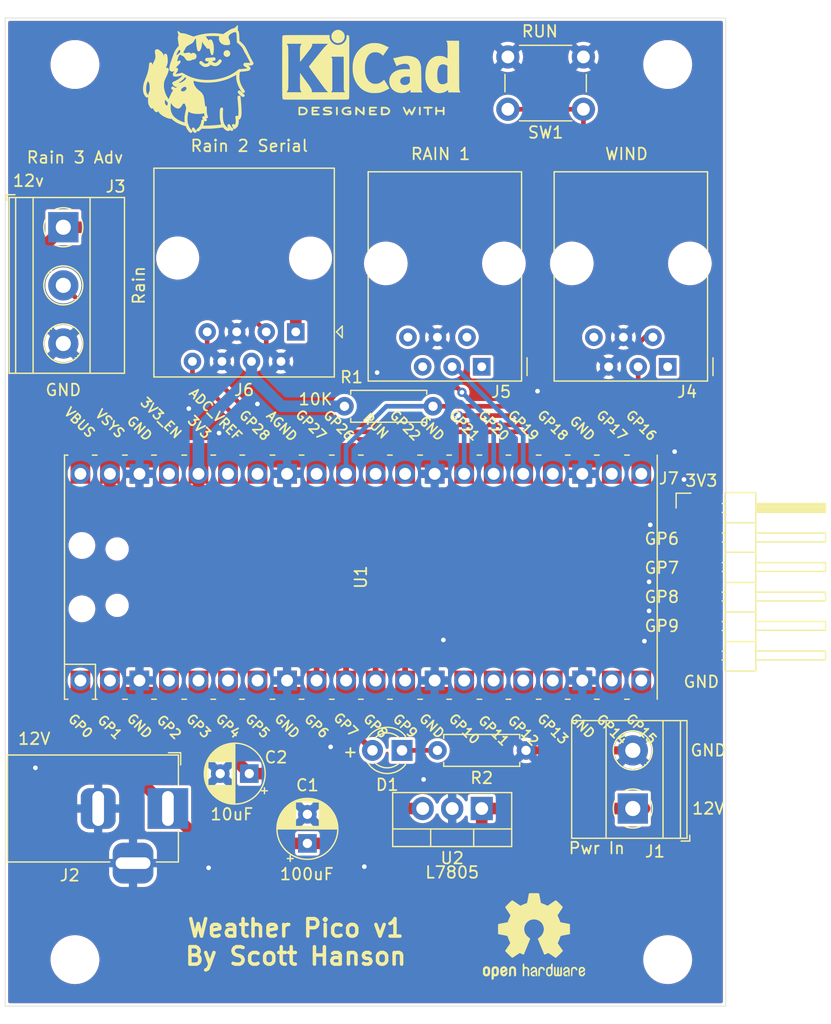
<source format=kicad_pcb>
(kicad_pcb (version 20211014) (generator pcbnew)
  (title_block (title "Weather Pico") (date "2023-02-20") (rev "v1") (company "Scott Hanson"))
  (layers (0 "F.Cu" signal) (31 "B.Cu" signal) (34 "B.Paste" user) (35 "F.Paste" user) (36 "B.SilkS" user "B.Silkscreen") (37 "F.SilkS" user "F.Silkscreen") (38 "B.Mask" user) (39 "F.Mask" user) (44 "Edge.Cuts" user))
  (net 0 "")
  (net 1 "GND")
  (net 2 "+5V")
  (net 3 "+3V3")
  (net 6 "+12V")
  (net 7 "Net-(D1-Pad2)")
  (net 9 "WDIR")
  (net 10 "WSPEED")
  (net 15 "TXD")
  (net 16 "RXD")
  (net 17 "RAIN1")
  (net 18 "RAIN2")
  (net 21 "Net-(D1-Pad1)")
  (net 22 "Net-(SW1-Pad1)")
  (net 38 "Net-(J7-Pad2)")
  (net 39 "Net-(J7-Pad3)")
  (net 40 "Net-(J7-Pad4)")
  (net 41 "Net-(J7-Pad5)")
  (footprint "TerminalBlock_Phoenix:TerminalBlock_Phoenix_MKDS-1,5-3_1x03_P5.00mm_Horizontal" (layer "F.Cu") (at 124 77 -90)
    (fp_text reference "J3" (at -3.5 -4.5) (layer "F.SilkS"))
    (fp_text value "Rain 3 Adv" (at -6 -1) (layer "F.SilkS"))
    (pad "1" thru_hole rect locked (at 0 0 270) (size 2.6 2.6) (drill 1.3) (layers *.Cu *.Mask) (net 6 "+12V"))
    (pad "2" thru_hole circle locked (at 5 0 270) (size 2.6 2.6) (drill 1.3) (layers *.Cu *.Mask) (net 18 "RAIN2"))
    (pad "3" thru_hole circle locked (at 10 0 270) (size 2.6 2.6) (drill 1.3) (layers *.Cu *.Mask) (net 1 "GND"))
  )
  (footprint "Resistor_THT:R_Axial_DIN0207_L6.3mm_D2.5mm_P7.62mm_Horizontal" (layer "F.Cu") (at 148.19 92.4)
    (fp_text reference "R1" (at 0.61 -2.5) (layer "F.SilkS"))
    (fp_text value "10K" (at -2.49 -0.6) (layer "F.SilkS"))
    (pad "1" thru_hole circle locked (at 0 0) (size 1.6 1.6) (drill 0.8) (layers *.Cu *.Mask) (net 3 "+3V3"))
    (pad "2" thru_hole oval locked (at 7.62 0) (size 1.6 1.6) (drill 0.8) (layers *.Cu *.Mask) (net 9 "WDIR"))
  )
  (footprint "TerminalBlock_Phoenix:TerminalBlock_Phoenix_MKDS-1,5-2_1x02_P5.00mm_Horizontal" (layer "F.Cu") (at 173 127 90)
    (fp_text reference "J1" (at -3.7 1.9 180) (layer "F.SilkS"))
    (fp_text value "Pwr In" (at -3.408988 -3.1 180) (layer "F.SilkS"))
    (pad "1" thru_hole rect locked (at 0 0 90) (size 2.6 2.6) (drill 1.3) (layers *.Cu *.Mask) (net 6 "+12V"))
    (pad "2" thru_hole circle locked (at 5 0 90) (size 2.6 2.6) (drill 1.3) (layers *.Cu *.Mask) (net 1 "GND"))
  )
  (footprint "Capacitor_THT:CP_Radial_D5.0mm_P2.50mm" (layer "F.Cu") (at 145 130 90)
    (fp_text reference "C1" (at 5 0 180) (layer "F.SilkS"))
    (fp_text value "100uF" (at -2.65 -0.05 180) (layer "F.SilkS"))
    (pad "1" thru_hole rect locked (at 0 0 90) (size 1.6 1.6) (drill 0.8) (layers *.Cu *.Mask) (net 6 "+12V"))
    (pad "2" thru_hole circle locked (at 2.5 0 90) (size 1.6 1.6) (drill 0.8) (layers *.Cu *.Mask) (net 1 "GND"))
  )
  (footprint "Capacitor_THT:CP_Radial_D5.0mm_P2.50mm" (layer "F.Cu") (at 140 124 180)
    (fp_text reference "C2" (at -2.3 1.4) (layer "F.SilkS"))
    (fp_text value "10uF" (at 1.5 -3.5) (layer "F.SilkS"))
    (pad "1" thru_hole rect locked (at 0 0 180) (size 1.6 1.6) (drill 0.8) (layers *.Cu *.Mask) (net 2 "+5V"))
    (pad "2" thru_hole circle locked (at 2.5 0 180) (size 1.6 1.6) (drill 0.8) (layers *.Cu *.Mask) (net 1 "GND"))
  )
  (footprint "MountingHole:MountingHole_3.7mm" (layer "F.Cu") (at 176 140)
    (fp_text reference "H1")
    (fp_text value "MountingHole")
    (pad "" np_thru_hole circle locked (at 0 0) (size 3.7 3.7) (drill 3.7) (layers *.Cu *.Mask))
  )
  (footprint "MountingHole:MountingHole_3.7mm" (layer "F.Cu") (at 125 63)
    (fp_text reference "H2")
    (fp_text value "MountingHole")
    (pad "" np_thru_hole circle locked (at 0 0) (size 3.7 3.7) (drill 3.7) (layers *.Cu *.Mask))
  )
  (footprint "MountingHole:MountingHole_3.7mm" (layer "F.Cu") (at 176 63)
    (fp_text reference "H3")
    (fp_text value "MountingHole")
    (pad "" np_thru_hole circle locked (at 0 0) (size 3.7 3.7) (drill 3.7) (layers *.Cu *.Mask))
  )
  (footprint "MountingHole:MountingHole_3.7mm" (layer "F.Cu") (at 125 140)
    (fp_text reference "H4")
    (fp_text value "MountingHole")
    (pad "" np_thru_hole circle locked (at 0 0) (size 3.7 3.7) (drill 3.7) (layers *.Cu *.Mask))
  )
  (footprint "Connector_RJ:RJ12_Amphenol_54601" (layer "F.Cu") (at 176 89 180)
    (fp_text reference "J4" (at -1.67 -2.16) (layer "F.SilkS"))
    (fp_text value "WIND" (at 3.54 18.3) (layer "F.SilkS"))
    (pad "" np_thru_hole circle locked (at 8.25 8.89 180) (size 3.25 3.25) (drill 3.25) (layers *.Cu *.Mask))
    (pad "" np_thru_hole circle locked (at -1.91 8.89 180) (size 3.25 3.25) (drill 3.25) (layers *.Cu *.Mask))
    (pad "1" thru_hole rect locked (at 0 0 180) (size 1.52 1.52) (drill 0.76) (layers *.Cu *.Mask))
    (pad "2" thru_hole circle locked (at 1.27 2.54 180) (size 1.52 1.52) (drill 0.76) (layers *.Cu *.Mask) (net 9 "WDIR"))
    (pad "3" thru_hole circle locked (at 2.54 0 180) (size 1.52 1.52) (drill 0.76) (layers *.Cu *.Mask) (net 10 "WSPEED"))
    (pad "4" thru_hole circle locked (at 3.81 2.54 180) (size 1.52 1.52) (drill 0.76) (layers *.Cu *.Mask) (net 1 "GND"))
    (pad "5" thru_hole circle locked (at 5.08 0 180) (size 1.52 1.52) (drill 0.76) (layers *.Cu *.Mask) (net 1 "GND"))
    (pad "6" thru_hole circle locked (at 6.35 2.54 180) (size 1.52 1.52) (drill 0.76) (layers *.Cu *.Mask))
  )
  (footprint "Connector_RJ:RJ12_Amphenol_54601" (layer "F.Cu") (at 160 89 180)
    (fp_text reference "J5" (at -1.67 -2.16) (layer "F.SilkS"))
    (fp_text value "RAIN 1" (at 3.54 18.3) (layer "F.SilkS"))
    (pad "" np_thru_hole circle locked (at 8.25 8.89 180) (size 3.25 3.25) (drill 3.25) (layers *.Cu *.Mask))
    (pad "" np_thru_hole circle locked (at -1.91 8.89 180) (size 3.25 3.25) (drill 3.25) (layers *.Cu *.Mask))
    (pad "1" thru_hole rect locked (at 0 0 180) (size 1.52 1.52) (drill 0.76) (layers *.Cu *.Mask))
    (pad "2" thru_hole circle locked (at 1.27 2.54 180) (size 1.52 1.52) (drill 0.76) (layers *.Cu *.Mask))
    (pad "3" thru_hole circle locked (at 2.54 0 180) (size 1.52 1.52) (drill 0.76) (layers *.Cu *.Mask) (net 17 "RAIN1"))
    (pad "4" thru_hole circle locked (at 3.81 2.54 180) (size 1.52 1.52) (drill 0.76) (layers *.Cu *.Mask) (net 1 "GND"))
    (pad "5" thru_hole circle locked (at 5.08 0 180) (size 1.52 1.52) (drill 0.76) (layers *.Cu *.Mask))
    (pad "6" thru_hole circle locked (at 6.35 2.54 180) (size 1.52 1.52) (drill 0.76) (layers *.Cu *.Mask))
  )
  (footprint "Connector_RJ:RJ45_Amphenol_54602-x08_Horizontal" (layer "F.Cu") (at 144 86 180)
    (fp_text reference "J6" (at 4.445 -5) (layer "F.SilkS"))
    (fp_text value "Rain 2 Serial" (at 4 16) (layer "F.SilkS"))
    (pad "" np_thru_hole circle locked (at -1.27 6.35 180) (size 3.2 3.2) (drill 3.2) (layers *.Cu *.Mask))
    (pad "" np_thru_hole circle locked (at 10.16 6.35 180) (size 3.2 3.2) (drill 3.2) (layers *.Cu *.Mask))
    (pad "1" thru_hole rect locked (at 0 0 180) (size 1.5 1.5) (drill 0.76) (layers *.Cu *.Mask) (net 6 "+12V"))
    (pad "2" thru_hole circle locked (at 1.27 -2.54 180) (size 1.5 1.5) (drill 0.76) (layers *.Cu *.Mask) (net 1 "GND"))
    (pad "3" thru_hole circle locked (at 2.54 0 180) (size 1.5 1.5) (drill 0.76) (layers *.Cu *.Mask) (net 18 "RAIN2"))
    (pad "4" thru_hole circle locked (at 3.81 -2.54 180) (size 1.5 1.5) (drill 0.76) (layers *.Cu *.Mask) (net 3 "+3V3"))
    (pad "5" thru_hole circle locked (at 5.08 0 180) (size 1.5 1.5) (drill 0.76) (layers *.Cu *.Mask) (net 1 "GND"))
    (pad "6" thru_hole circle locked (at 6.35 -2.54 180) (size 1.5 1.5) (drill 0.76) (layers *.Cu *.Mask) (net 1 "GND"))
    (pad "7" thru_hole circle locked (at 7.62 0 180) (size 1.5 1.5) (drill 0.76) (layers *.Cu *.Mask) (net 16 "RXD"))
    (pad "8" thru_hole circle locked (at 8.89 -2.54 180) (size 1.5 1.5) (drill 0.76) (layers *.Cu *.Mask) (net 15 "TXD"))
  )
  (footprint "Package_TO_SOT_THT:TO-220-3_Vertical" (layer "F.Cu") (at 160 127 180)
    (fp_text reference "U2" (at 2.54 -4.27) (layer "F.SilkS"))
    (fp_text value "L7805" (at 2.54 -5.5) (layer "F.SilkS"))
    (pad "1" thru_hole rect locked (at 0 0 180) (size 1.905 2) (drill 1.1) (layers *.Cu *.Mask) (net 6 "+12V"))
    (pad "2" thru_hole oval locked (at 2.54 0 180) (size 1.905 2) (drill 1.1) (layers *.Cu *.Mask) (net 1 "GND"))
    (pad "3" thru_hole oval locked (at 5.08 0 180) (size 1.905 2) (drill 1.1) (layers *.Cu *.Mask) (net 2 "+5V"))
  )
  (footprint "Weather_Pico:BarrelJack_Horizontal" (layer "F.Cu") (at 133 127)
    (fp_text reference "J2" (at -8.45 5.75) (layer "F.SilkS"))
    (fp_text value "12V" (at -11.5 -6) (layer "F.SilkS"))
    (pad "1" thru_hole rect locked (at 0 0) (size 3.5 3.5) (drill oval 1 3) (layers *.Cu *.Mask) (net 6 "+12V"))
    (pad "2" thru_hole roundrect locked (at -6 0) (size 3 3.5) (drill oval 1 3) (layers *.Cu *.Mask) (net 1 "GND"))
    (pad "MP" thru_hole roundrect locked (at -3 4.7) (size 3.5 3.5) (drill oval 3 1) (layers *.Cu *.Mask) (net 1 "GND"))
  )
  (footprint "Symbol:OSHW-Logo2_9.8x8mm_SilkScreen" (layer "F.Cu") (at 164.5 138)
    (fp_text reference "REF**" hide)
    (fp_text value "OSHW-Logo2_9.8x8mm_SilkScreen" hide)
  )
  (footprint "Symbol:KiCad-Logo2_6mm_SilkScreen" (layer "F.Cu") (at 150.5 63)
    (fp_text reference "REF**" hide)
    (fp_text value "KiCad-Logo2_6mm_SilkScreen" hide)
  )
  (footprint "Resistor_THT:R_Axial_DIN0207_L6.3mm_D2.5mm_P7.62mm_Horizontal" (layer "F.Cu") (at 163.81 122 180)
    (fp_text reference "R2" (at 3.81 -2.37) (layer "F.SilkS"))
    (fp_text value "220")
    (pad "1" thru_hole circle (at 0 0 180) (size 1.6 1.6) (drill 0.8) (layers *.Cu *.Mask) (net 1 "GND"))
    (pad "2" thru_hole oval (at 7.62 0 180) (size 1.6 1.6) (drill 0.8) (layers *.Cu *.Mask) (net 21 "Net-(D1-Pad1)"))
  )
  (footprint "Weather_Pico:chewi_15" (layer "F.Cu") (at 135.4 63.1)
    (fp_text reference "G***")
    (fp_text value "LOGO" hide)
  )
  (footprint "Button_Switch_THT:SW_PUSH_6mm" (layer "F.Cu") (at 168.75 66.85 180)
    (fp_text reference "SW1" (at 3.25 -2) (layer "F.SilkS"))
    (fp_text value "RUN" (at 3.75 6.7) (layer "F.SilkS"))
    (pad "1" thru_hole circle (at 0 0 270) (size 2 2) (drill 1.1) (layers *.Cu *.Mask) (net 22 "Net-(SW1-Pad1)"))
    (pad "1" thru_hole circle (at 6.5 0 270) (size 2 2) (drill 1.1) (layers *.Cu *.Mask) (net 22 "Net-(SW1-Pad1)"))
    (pad "2" thru_hole circle (at 0 4.5 270) (size 2 2) (drill 1.1) (layers *.Cu *.Mask) (net 1 "GND"))
    (pad "2" thru_hole circle (at 6.5 4.5 270) (size 2 2) (drill 1.1) (layers *.Cu *.Mask) (net 1 "GND"))
  )
  (footprint "Weather_Pico:1x06_Horizontal_SMD" (layer "F.Cu") (at 179.775 98.6075)
    (fp_text reference "J7" (at -3.675 0 unlocked) (layer "F.SilkS"))
    (fp_text value "Debug")
    (pad "1" smd rect (at 0 2.54) (size 3.5 1.7) (drill (offset -0.9 0)) (layers "F.Cu" "F.Mask") (net 3 "+3V3"))
    (pad "2" smd rect (at 0 5.08) (size 3.5 1.7) (drill (offset -0.9 0)) (layers "F.Cu" "F.Mask") (net 38 "Net-(J7-Pad2)"))
    (pad "3" smd rect (at 0 7.62) (size 3.5 1.7) (drill (offset -0.9 0)) (layers "F.Cu" "F.Mask") (net 39 "Net-(J7-Pad3)"))
    (pad "4" smd rect (at 0 10.16) (size 3.5 1.7) (drill (offset -0.9 0)) (layers "F.Cu" "F.Mask") (net 40 "Net-(J7-Pad4)"))
    (pad "5" smd rect (at 0 12.7) (size 3.5 1.7) (drill (offset -0.9 0)) (layers "F.Cu" "F.Mask") (net 41 "Net-(J7-Pad5)"))
    (pad "6" smd rect (at 0 15.24) (size 3.5 1.7) (drill (offset -0.9 0)) (layers "F.Cu" "F.Mask") (net 1 "GND"))
  )
  (footprint "LED_THT:LED_D3.0mm" (layer "F.Cu") (at 153.14 122 180)
    (fp_text reference "D1" (at 1.27 -2.96) (layer "F.SilkS"))
    (fp_text value "LED")
    (pad "1" thru_hole rect (at 0 0 180) (size 1.8 1.8) (drill 0.9) (layers *.Cu *.Mask) (net 21 "Net-(D1-Pad1)"))
    (pad "2" thru_hole circle (at 2.54 0 180) (size 1.8 1.8) (drill 0.9) (layers *.Cu *.Mask) (net 7 "Net-(D1-Pad2)"))
  )
  (footprint "MCU_RaspberryPi_and_Boards:RPi_Pico_SMD_TH_NO_DEBUG" (layer "F.Cu") (at 149.6 107.1 90)
    (fp_text reference "U1" (at 0 0 90) (layer "F.SilkS"))
    (fp_text value "Pico")
    (fp_text user "GP0" (at -12.8 -24.13 135) (layer "F.SilkS") (effects (font (size 0.8 0.8))))
    (fp_text user "GP22" (at 13.054 3.81 135) (layer "F.SilkS") (effects (font (size 0.8 0.8))))
    (fp_text user "GP13" (at -13.054 16.51 135) (layer "F.SilkS") (effects (font (size 0.8 0.8))))
    (fp_text user "3V3" (at 12.9 -13.9 135) (layer "F.SilkS") (effects (font (size 0.8 0.8))))
    (fp_text user "GP10" (at -13.054 8.89 135) (layer "F.SilkS") (effects (font (size 0.8 0.8))))
    (fp_text user "3V3_EN" (at 13.7 -17.2 135) (layer "F.SilkS") (effects (font (size 0.8 0.8))))
    (fp_text user "GP26" (at 13.054 -1.9 135) (layer "F.SilkS") (effects (font (size 0.8 0.8))))
    (fp_text user "GP6" (at -12.8 -3.81 135) (layer "F.SilkS") (effects (font (size 0.8 0.8))))
    (fp_text user "GP15" (at -13.054 24.13 135) (layer "F.SilkS") (effects (font (size 0.8 0.8))))
    (fp_text user "GP3" (at -12.8 -13.97 135) (layer "F.SilkS") (effects (font (size 0.8 0.8))))
    (fp_text user "GP4" (at -12.8 -11.43 135) (layer "F.SilkS") (effects (font (size 0.8 0.8))))
    (fp_text user "GND" (at -12.8 6.1 135) (layer "F.SilkS") (effects (font (size 0.8 0.8))))
    (fp_text user "GP18" (at 13.054 16.51 135) (layer "F.SilkS") (effects (font (size 0.8 0.8))))
    (fp_text user "GND" (at 12.8 6.1 135) (layer "F.SilkS") (effects (font (size 0.8 0.8))))
    (fp_text user "GP17" (at 13.054 21.59 135) (layer "F.SilkS") (effects (font (size 0.8 0.8))))
    (fp_text user "GND" (at 12.8 19.05 135) (layer "F.SilkS") (effects (font (size 0.8 0.8))))
    (fp_text user "GP12" (at -13.2 13.97 135) (layer "F.SilkS") (effects (font (size 0.8 0.8))))
    (fp_text user "GND" (at -12.8 -6.35 135) (layer "F.SilkS") (effects (font (size 0.8 0.8))))
    (fp_text user "GP16" (at 13.054 24.13 135) (layer "F.SilkS") (effects (font (size 0.8 0.8))))
    (fp_text user "ADC_VREF" (at 14 -12.5 135) (layer "F.SilkS") (effects (font (size 0.8 0.8))))
    (fp_text user "GP21" (at 13.054 8.9 135) (layer "F.SilkS") (effects (font (size 0.8 0.8))))
    (fp_text user "GP28" (at 13.054 -9.144 135) (layer "F.SilkS") (effects (font (size 0.8 0.8))))
    (fp_text user "GND" (at -12.8 19.05 135) (layer "F.SilkS") (effects (font (size 0.8 0.8))))
    (fp_text user "GND" (at -12.8 -19.05 135) (layer "F.SilkS") (effects (font (size 0.8 0.8))))
    (fp_text user "GP2" (at -12.9 -16.51 135) (layer "F.SilkS") (effects (font (size 0.8 0.8))))
    (fp_text user "GND" (at 12.8 -19.05 135) (layer "F.SilkS") (effects (font (size 0.8 0.8))))
    (fp_text user "GP9" (at -12.8 3.81 135) (layer "F.SilkS") (effects (font (size 0.8 0.8))))
    (fp_text user "GP14" (at -13.1 21.59 135) (layer "F.SilkS") (effects (font (size 0.8 0.8))))
    (fp_text user "GP19" (at 13.054 13.97 135) (layer "F.SilkS") (effects (font (size 0.8 0.8))))
    (fp_text user "GP7" (at -12.7 -1.3 135) (layer "F.SilkS") (effects (font (size 0.8 0.8))))
    (fp_text user "VBUS" (at 13.3 -24.2 135) (layer "F.SilkS") (effects (font (size 0.8 0.8))))
    (fp_text user "VSYS" (at 13.2 -21.59 135) (layer "F.SilkS") (effects (font (size 0.8 0.8))))
    (fp_text user "GP1" (at -12.9 -21.6 135) (layer "F.SilkS") (effects (font (size 0.8 0.8))))
    (fp_text user "AGND" (at 13 -6.8 135) (layer "F.SilkS") (effects (font (size 0.8 0.8))))
    (fp_text user "GP27" (at 13.1 -4.3 135) (layer "F.SilkS") (effects (font (size 0.8 0.8))))
    (fp_text user "GP8" (at -12.8 1.27 135) (layer "F.SilkS") (effects (font (size 0.8 0.8))))
    (fp_text user "GP5" (at -12.8 -8.89 135) (layer "F.SilkS") (effects (font (size 0.8 0.8))))
    (fp_text user "GP11" (at -13.2 11.43 135) (layer "F.SilkS") (effects (font (size 0.8 0.8))))
    (fp_text user "RUN" (at 13 1.27 135) (layer "F.SilkS") (effects (font (size 0.8 0.8))))
    (fp_text user "GP20" (at 13.054 11.43 135) (layer "F.SilkS") (effects (font (size 0.8 0.8))))
    (pad "" np_thru_hole oval (at -2.425 -20.97 90) (size 1.5 1.5) (drill 1.5) (layers *.Cu *.Mask))
    (pad "" np_thru_hole oval (at -2.725 -24 90) (size 1.8 1.8) (drill 1.8) (layers *.Cu *.Mask))
    (pad "" np_thru_hole oval (at 2.425 -20.97 90) (size 1.5 1.5) (drill 1.5) (layers *.Cu *.Mask))
    (pad "" np_thru_hole oval (at 2.725 -24 90) (size 1.8 1.8) (drill 1.8) (layers *.Cu *.Mask))
    (pad "1" smd rect (at -8.89 -24.13 90) (size 3.5 1.7) (drill (offset -0.9 0)) (layers "F.Cu" "F.Mask"))
    (pad "1" thru_hole oval (at -8.89 -24.13 90) (size 1.7 1.7) (drill 1.02) (layers *.Cu *.Mask))
    (pad "2" smd rect (at -8.89 -21.59 90) (size 3.5 1.7) (drill (offset -0.9 0)) (layers "F.Cu" "F.Mask"))
    (pad "2" thru_hole oval (at -8.89 -21.59 90) (size 1.7 1.7) (drill 1.02) (layers *.Cu *.Mask))
    (pad "3" smd rect (at -8.89 -19.05 90) (size 3.5 1.7) (drill (offset -0.9 0)) (layers "F.Cu" "F.Mask") (net 1 "GND"))
    (pad "3" thru_hole rect (at -8.89 -19.05 90) (size 1.7 1.7) (drill 1.02) (layers *.Cu *.Mask) (net 1 "GND"))
    (pad "4" thru_hole oval (at -8.89 -16.51 90) (size 1.7 1.7) (drill 1.02) (layers *.Cu *.Mask) (net 7 "Net-(D1-Pad2)"))
    (pad "4" smd rect (at -8.89 -16.51 90) (size 3.5 1.7) (drill (offset -0.9 0)) (layers "F.Cu" "F.Mask") (net 7 "Net-(D1-Pad2)"))
    (pad "5" smd rect (at -8.89 -13.97 90) (size 3.5 1.7) (drill (offset -0.9 0)) (layers "F.Cu" "F.Mask"))
    (pad "5" thru_hole oval (at -8.89 -13.97 90) (size 1.7 1.7) (drill 1.02) (layers *.Cu *.Mask))
    (pad "6" smd rect (at -8.89 -11.43 90) (size 3.5 1.7) (drill (offset -0.9 0)) (layers "F.Cu" "F.Mask"))
    (pad "6" thru_hole oval (at -8.89 -11.43 90) (size 1.7 1.7) (drill 1.02) (layers *.Cu *.Mask))
    (pad "7" smd rect (at -8.89 -8.89 90) (size 3.5 1.7) (drill (offset -0.9 0)) (layers "F.Cu" "F.Mask"))
    (pad "7" thru_hole oval (at -8.89 -8.89 90) (size 1.7 1.7) (drill 1.02) (layers *.Cu *.Mask))
    (pad "8" thru_hole rect (at -8.89 -6.35 90) (size 1.7 1.7) (drill 1.02) (layers *.Cu *.Mask) (net 1 "GND"))
    (pad "8" smd rect (at -8.89 -6.35 90) (size 3.5 1.7) (drill (offset -0.9 0)) (layers "F.Cu" "F.Mask") (net 1 "GND"))
    (pad "9" smd rect (at -8.89 -3.81 90) (size 3.5 1.7) (drill (offset -0.9 0)) (layers "F.Cu" "F.Mask") (net 38 "Net-(J7-Pad2)"))
    (pad "9" thru_hole oval (at -8.89 -3.81 90) (size 1.7 1.7) (drill 1.02) (layers *.Cu *.Mask) (net 38 "Net-(J7-Pad2)"))
    (pad "10" thru_hole oval (at -8.89 -1.27 90) (size 1.7 1.7) (drill 1.02) (layers *.Cu *.Mask) (net 39 "Net-(J7-Pad3)"))
    (pad "10" smd rect (at -8.89 -1.27 90) (size 3.5 1.7) (drill (offset -0.9 0)) (layers "F.Cu" "F.Mask") (net 39 "Net-(J7-Pad3)"))
    (pad "11" thru_hole oval (at -8.89 1.27 90) (size 1.7 1.7) (drill 1.02) (layers *.Cu *.Mask) (net 40 "Net-(J7-Pad4)"))
    (pad "11" smd rect (at -8.89 1.27 90) (size 3.5 1.7) (drill (offset -0.9 0)) (layers "F.Cu" "F.Mask") (net 40 "Net-(J7-Pad4)"))
    (pad "12" thru_hole oval (at -8.89 3.81 90) (size 1.7 1.7) (drill 1.02) (layers *.Cu *.Mask) (net 41 "Net-(J7-Pad5)"))
    (pad "12" smd rect (at -8.89 3.81 90) (size 3.5 1.7) (drill (offset -0.9 0)) (layers "F.Cu" "F.Mask") (net 41 "Net-(J7-Pad5)"))
    (pad "13" thru_hole rect (at -8.89 6.35 90) (size 1.7 1.7) (drill 1.02) (layers *.Cu *.Mask) (net 1 "GND"))
    (pad "13" smd rect (at -8.89 6.35 90) (size 3.5 1.7) (drill (offset -0.9 0)) (layers "F.Cu" "F.Mask") (net 1 "GND"))
    (pad "14" thru_hole oval (at -8.89 8.89 90) (size 1.7 1.7) (drill 1.02) (layers *.Cu *.Mask))
    (pad "14" smd rect (at -8.89 8.89 90) (size 3.5 1.7) (drill (offset -0.9 0)) (layers "F.Cu" "F.Mask"))
    (pad "15" smd rect (at -8.89 11.43 90) (size 3.5 1.7) (drill (offset -0.9 0)) (layers "F.Cu" "F.Mask"))
    (pad "15" thru_hole oval (at -8.89 11.43 90) (size 1.7 1.7) (drill 1.02) (layers *.Cu *.Mask))
    (pad "16" thru_hole oval (at -8.89 13.97 90) (size 1.7 1.7) (drill 1.02) (layers *.Cu *.Mask))
    (pad "16" smd rect (at -8.89 13.97 90) (size 3.5 1.7) (drill (offset -0.9 0)) (layers "F.Cu" "F.Mask"))
    (pad "17" smd rect (at -8.89 16.51 90) (size 3.5 1.7) (drill (offset -0.9 0)) (layers "F.Cu" "F.Mask"))
    (pad "17" thru_hole oval (at -8.89 16.51 90) (size 1.7 1.7) (drill 1.02) (layers *.Cu *.Mask))
    (pad "18" smd rect (at -8.89 19.05 90) (size 3.5 1.7) (drill (offset -0.9 0)) (layers "F.Cu" "F.Mask") (net 1 "GND"))
    (pad "18" thru_hole rect (at -8.89 19.05 90) (size 1.7 1.7) (drill 1.02) (layers *.Cu *.Mask) (net 1 "GND"))
    (pad "19" smd rect (at -8.89 21.59 90) (size 3.5 1.7) (drill (offset -0.9 0)) (layers "F.Cu" "F.Mask"))
    (pad "19" thru_hole oval (at -8.89 21.59 90) (size 1.7 1.7) (drill 1.02) (layers *.Cu *.Mask))
    (pad "20" thru_hole oval (at -8.89 24.13 90) (size 1.7 1.7) (drill 1.02) (layers *.Cu *.Mask))
    (pad "20" smd rect (at -8.89 24.13 90) (size 3.5 1.7) (drill (offset -0.9 0)) (layers "F.Cu" "F.Mask"))
    (pad "21" smd rect (at 8.89 24.13 90) (size 3.5 1.7) (drill (offset 0.9 0)) (layers "F.Cu" "F.Mask") (net 16 "RXD"))
    (pad "21" thru_hole oval (at 8.89 24.13 90) (size 1.7 1.7) (drill 1.02) (layers *.Cu *.Mask) (net 16 "RXD"))
    (pad "22" smd rect (at 8.89 21.59 90) (size 3.5 1.7) (drill (offset 0.9 0)) (layers "F.Cu" "F.Mask") (net 15 "TXD"))
    (pad "22" thru_hole oval (at 8.89 21.59 90) (size 1.7 1.7) (drill 1.02) (layers *.Cu *.Mask) (net 15 "TXD"))
    (pad "23" smd rect (at 8.89 19.05 90) (size 3.5 1.7) (drill (offset 0.9 0)) (layers "F.Cu" "F.Mask") (net 1 "GND"))
    (pad "23" thru_hole rect (at 8.89 19.05 90) (size 1.7 1.7) (drill 1.02) (layers *.Cu *.Mask) (net 1 "GND"))
    (pad "24" thru_hole oval (at 8.89 16.51 90) (size 1.7 1.7) (drill 1.02) (layers *.Cu *.Mask))
    (pad "24" smd rect (at 8.89 16.51 90) (size 3.5 1.7) (drill (offset 0.9 0)) (layers "F.Cu" "F.Mask"))
    (pad "25" smd rect (at 8.89 13.97 90) (size 3.5 1.7) (drill (offset 0.9 0)) (layers "F.Cu" "F.Mask") (net 17 "RAIN1"))
    (pad "25" thru_hole oval (at 8.89 13.97 90) (size 1.7 1.7) (drill 1.02) (layers *.Cu *.Mask) (net 17 "RAIN1"))
    (pad "26" thru_hole oval (at 8.89 11.43 90) (size 1.7 1.7) (drill 1.02) (layers *.Cu *.Mask) (net 18 "RAIN2"))
    (pad "26" smd rect (at 8.89 11.43 90) (size 3.5 1.7) (drill (offset 0.9 0)) (layers "F.Cu" "F.Mask") (net 18 "RAIN2"))
    (pad "27" smd rect (at 8.89 8.89 90) (size 3.5 1.7) (drill (offset 0.9 0)) (layers "F.Cu" "F.Mask") (net 10 "WSPEED"))
    (pad "27" thru_hole oval (at 8.89 8.89 90) (size 1.7 1.7) (drill 1.02) (layers *.Cu *.Mask) (net 10 "WSPEED"))
    (pad "28" smd rect (at 8.89 6.35 90) (size 3.5 1.7) (drill (offset 0.9 0)) (layers "F.Cu" "F.Mask") (net 1 "GND"))
    (pad "28" thru_hole rect (at 8.89 6.35 90) (size 1.7 1.7) (drill 1.02) (layers *.Cu *.Mask) (net 1 "GND"))
    (pad "29" smd rect (at 8.89 3.81 90) (size 3.5 1.7) (drill (offset 0.9 0)) (layers "F.Cu" "F.Mask"))
    (pad "29" thru_hole oval (at 8.89 3.81 90) (size 1.7 1.7) (drill 1.02) (layers *.Cu *.Mask))
    (pad "30" thru_hole oval (at 8.89 1.27 90) (size 1.7 1.7) (drill 1.02) (layers *.Cu *.Mask) (net 22 "Net-(SW1-Pad1)"))
    (pad "30" smd rect (at 8.89 1.27 90) (size 3.5 1.7) (drill (offset 0.9 0)) (layers "F.Cu" "F.Mask") (net 22 "Net-(SW1-Pad1)"))
    (pad "31" thru_hole oval (at 8.89 -1.27 90) (size 1.7 1.7) (drill 1.02) (layers *.Cu *.Mask) (net 9 "WDIR"))
    (pad "31" smd rect (at 8.89 -1.27 90) (size 3.5 1.7) (drill (offset 0.9 0)) (layers "F.Cu" "F.Mask") (net 9 "WDIR"))
    (pad "32" smd rect (at 8.89 -3.81 90) (size 3.5 1.7) (drill (offset 0.9 0)) (layers "F.Cu" "F.Mask"))
    (pad "32" thru_hole oval (at 8.89 -3.81 90) (size 1.7 1.7) (drill 1.02) (layers *.Cu *.Mask))
    (pad "33" smd rect (at 8.89 -6.35 90) (size 3.5 1.7) (drill (offset 0.9 0)) (layers "F.Cu" "F.Mask") (net 1 "GND"))
    (pad "33" thru_hole rect (at 8.89 -6.35 90) (size 1.7 1.7) (drill 1.02) (layers *.Cu *.Mask) (net 1 "GND"))
    (pad "34" smd rect (at 8.89 -8.89 90) (size 3.5 1.7) (drill (offset 0.9 0)) (layers "F.Cu" "F.Mask"))
    (pad "34" thru_hole oval (at 8.89 -8.89 90) (size 1.7 1.7) (drill 1.02) (layers *.Cu *.Mask))
    (pad "35" thru_hole oval (at 8.89 -11.43 90) (size 1.7 1.7) (drill 1.02) (layers *.Cu *.Mask))
    (pad "35" smd rect (at 8.89 -11.43 90) (size 3.5 1.7) (drill (offset 0.9 0)) (layers "F.Cu" "F.Mask"))
    (pad "36" thru_hole oval (at 8.89 -13.97 90) (size 1.7 1.7) (drill 1.02) (layers *.Cu *.Mask) (net 3 "+3V3"))
    (pad "36" smd rect (at 8.89 -13.97 90) (size 3.5 1.7) (drill (offset 0.9 0)) (layers "F.Cu" "F.Mask") (net 3 "+3V3"))
    (pad "37" thru_hole oval (at 8.89 -16.51 90) (size 1.7 1.7) (drill 1.02) (layers *.Cu *.Mask))
    (pad "37" smd rect (at 8.89 -16.51 90) (size 3.5 1.7) (drill (offset 0.9 0)) (layers "F.Cu" "F.Mask"))
    (pad "38" smd rect (at 8.89 -19.05 90) (size 3.5 1.7) (drill (offset 0.9 0)) (layers "F.Cu" "F.Mask") (net 1 "GND"))
    (pad "38" thru_hole rect (at 8.89 -19.05 90) (size 1.7 1.7) (drill 1.02) (layers *.Cu *.Mask) (net 1 "GND"))
    (pad "39" smd rect (at 8.89 -21.59 90) (size 3.5 1.7) (drill (offset 0.9 0)) (layers "F.Cu" "F.Mask") (net 2 "+5V"))
    (pad "39" thru_hole oval (at 8.89 -21.59 90) (size 1.7 1.7) (drill 1.02) (layers *.Cu *.Mask) (net 2 "+5V"))
    (pad "40" smd rect (at 8.89 -24.13 90) (size 3.5 1.7) (drill (offset 0.9 0)) (layers "F.Cu" "F.Mask"))
    (pad "40" thru_hole oval (at 8.89 -24.13 90) (size 1.7 1.7) (drill 1.02) (layers *.Cu *.Mask))
  )
  (gr_line (start 181 59) (end 119 59) (layer "Edge.Cuts") (width 0.05))
  (gr_line (start 181 144) (end 181 59) (layer "Edge.Cuts") (width 0.05))
  (gr_line (start 119 144) (end 181 144) (layer "Edge.Cuts") (width 0.05))
  (gr_line (start 119 59) (end 119 144) (layer "Edge.Cuts") (width 0.05))
  (gr_text "GND" (at 124 91) (layer "F.SilkS") (effects (font (size 1 1))))
  (gr_text "12v" (at 121 73) (layer "F.SilkS") (effects (font (size 1 1))))
  (gr_text "12V" (at 179.5 127) (layer "F.SilkS") (effects (font (size 1 1))))
  (gr_text "GP9" (at 175.5 111.3) (layer "F.SilkS") (effects (font (size 1 1))))
  (gr_text "GP7" (at 175.5 106.3) (layer "F.SilkS") (effects (font (size 1 1))))
  (gr_text "+" (at 148.7 122.1) (layer "F.SilkS") (effects (font (size 1 1))))
  (gr_text "3V3" (at 178.9 98.8) (layer "F.SilkS") (effects (font (size 1 1))))
  (gr_text "GP8" (at 175.5 108.8) (layer "F.SilkS") (effects (font (size 1 1))))
  (gr_text "Rain" (at 130.5 82 90) (layer "F.SilkS") (effects (font (size 1 1))))
  (gr_text "${TITLE} ${REVISION}\nBy ${COMPANY}" (at 144 138.5) (layer "F.SilkS") (effects (font (size 1.5 1.5) (thickness 0.3))))
  (gr_text "GND" (at 178.9 116.1) (layer "F.SilkS") (effects (font (size 1 1))))
  (gr_text "GND" (at 179.5 122) (layer "F.SilkS") (effects (font (size 1 1))))
  (gr_text "GP6" (at 175.5 103.8) (layer "F.SilkS") (effects (font (size 1 1))))
  (segment (start 163.62 122) (end 173 122) (width 0.7) (layer "F.Cu") (net 1))
  (via (at 155 124.5) (size 0.8) (drill 0.4) (layers "F.Cu" "B.Cu") (net 1))
  (via (at 140.7 92.2) (size 0.8) (drill 0.4) (layers "F.Cu" "B.Cu") (net 1))
  (via (at 176.6 96.3) (size 0.8) (drill 0.4) (layers "F.Cu" "B.Cu") (net 1))
  (via (at 134.8 92.6) (size 0.8) (drill 0.4) (layers "F.Cu" "B.Cu") (net 1))
  (via (at 147 121.7) (size 0.8) (drill 0.4) (layers "F.Cu" "B.Cu") (net 1))
  (via (at 136.5 132.1) (size 0.8) (drill 0.4) (layers "F.Cu" "B.Cu") (net 1))
  (via (at 164.8 91.1) (size 0.8) (drill 0.4) (layers "F.Cu" "B.Cu") (net 1))
  (via (at 156.7 112.5) (size 0.8) (drill 0.4) (layers "F.Cu" "B.Cu") (net 1))
  (via (at 177.4 98.7) (size 0.8) (drill 0.4) (layers "F.Cu" "B.Cu") (net 1))
  (via (at 174 112.6) (size 0.8) (drill 0.4) (layers "F.Cu" "B.Cu") (net 1))
  (via (at 149.9 132) (size 0.8) (drill 0.4) (layers "F.Cu" "B.Cu") (net 1))
  (via (at 174.4 110) (size 0.8) (drill 0.4) (layers "F.Cu" "B.Cu") (net 1))
  (via (at 137.4 94.7) (size 0.8) (drill 0.4) (layers "F.Cu" "B.Cu") (net 1))
  (via (at 151 89.5) (size 0.8) (drill 0.4) (layers "F.Cu" "B.Cu") (net 1))
  (via (at 174.4 107.5) (size 0.8) (drill 0.4) (layers "F.Cu" "B.Cu") (net 1))
  (via (at 121.6 123.5) (size 0.8) (drill 0.4) (layers "F.Cu" "B.Cu") (net 1))
  (via (at 174.5 102.6) (size 0.8) (drill 0.4) (layers "F.Cu" "B.Cu") (net 1))
  (segment (start 125.2 121.3) (end 123.1 119.2) (width 1) (layer "F.Cu") (net 2))
  (segment (start 150 127) (end 154.92 127) (width 1) (layer "F.Cu") (net 2))
  (segment (start 128.01 99.69) (end 128.01 98.21) (width 1) (layer "F.Cu") (net 2))
  (segment (start 140 124) (end 137.3 121.3) (width 1) (layer "F.Cu") (net 2))
  (segment (start 137.3 121.3) (end 125.2 121.3) (width 1) (layer "F.Cu") (net 2))
  (segment (start 124.3 101.2) (end 126.5 101.2) (width 1) (layer "F.Cu") (net 2))
  (segment (start 123.1 102.4) (end 124.3 101.2) (width 1) (layer "F.Cu") (net 2))
  (segment (start 126.5 101.2) (end 128.01 99.69) (width 1) (layer "F.Cu") (net 2))
  (segment (start 123.1 119.2) (end 123.1 102.4) (width 1) (layer "F.Cu") (net 2))
  (segment (start 140 124) (end 147 124) (width 1) (layer "F.Cu") (net 2))
  (segment (start 147 124) (end 150 127) (width 1) (layer "F.Cu") (net 2))
  (segment (start 179.775 101.1475) (end 136.7475 101.1475) (width 1) (layer "F.Cu") (net 3))
  (segment (start 135.63 100.03) (end 135.63 98.21) (width 1) (layer "F.Cu") (net 3))
  (segment (start 136.7475 101.1475) (end 135.63 100.03) (width 1) (layer "F.Cu") (net 3))
  (segment (start 140.19 89.81) (end 135.63 94.37) (width 1) (layer "B.Cu") (net 3))
  (segment (start 142.78 92.4) (end 140.19 89.81) (width 1) (layer "B.Cu") (net 3))
  (segment (start 140.19 88.54) (end 140.19 89.81) (width 1) (layer "B.Cu") (net 3))
  (segment (start 148.19 92.4) (end 142.78 92.4) (width 1) (layer "B.Cu") (net 3))
  (segment (start 135.63 94.37) (end 135.63 98.21) (width 1) (layer "B.Cu") (net 3))
  (segment (start 129.7 123.7) (end 124.6 123.7) (width 1) (layer "F.Cu") (net 6))
  (segment (start 120.9 120) (end 120.9 80.1) (width 1) (layer "F.Cu") (net 6))
  (segment (start 145 130) (end 159 130) (width 1) (layer "F.Cu") (net 6))
  (segment (start 120.9 80.1) (end 124 77) (width 1) (layer "F.Cu") (net 6))
  (segment (start 124 77) (end 137 77) (width 1) (layer "F.Cu") (net 6))
  (segment (start 144 84) (end 144 86) (width 1) (layer "F.Cu") (net 6))
  (segment (start 136 130) (end 145 130) (width 1) (layer "F.Cu") (net 6))
  (segment (start 174 127) (end 160 127) (width 1) (layer "F.Cu") (net 6))
  (segment (start 133 127) (end 129.7 123.7) (width 1) (layer "F.Cu") (net 6))
  (segment (start 160 129) (end 160 127) (width 1) (layer "F.Cu") (net 6))
  (segment (start 124.6 123.7) (end 120.9 120) (width 1) (layer "F.Cu") (net 6))
  (segment (start 159 130) (end 160 129) (width 1) (layer "F.Cu") (net 6))
  (segment (start 133 127) (end 136 130) (width 1) (layer "F.Cu") (net 6))
  (segment (start 137 77) (end 144 84) (width 1) (layer "F.Cu") (net 6))
  (segment (start 133.09 118.79) (end 133.09 115.99) (width 0.5) (layer "F.Cu") (net 7))
  (segment (start 133.7 119.4) (end 133.09 118.79) (width 0.5) (layer "F.Cu") (net 7))
  (segment (start 148 119.4) (end 133.7 119.4) (width 0.5) (layer "F.Cu") (net 7))
  (segment (start 150.6 122) (end 148 119.4) (width 0.5) (layer "F.Cu") (net 7))
  (segment (start 148.33 96.35) (end 148.33 98.21) (width 0.5) (layer "F.Cu") (net 9))
  (segment (start 172.2 90.3) (end 170.1 92.4) (width 0.4) (layer "F.Cu") (net 9))
  (segment (start 174.04 86.46) (end 172.2 88.3) (width 0.4) (layer "F.Cu") (net 9))
  (segment (start 170.1 92.4) (end 155.81 92.4) (width 0.4) (layer "F.Cu") (net 9))
  (segment (start 172.2 88.3) (end 172.2 90.3) (width 0.4) (layer "F.Cu") (net 9))
  (segment (start 174.73 86.46) (end 174.04 86.46) (width 0.4) (layer "F.Cu") (net 9))
  (segment (start 151.8 92.4) (end 148.33 95.87) (width 0.4) (layer "B.Cu") (net 9))
  (segment (start 155.81 92.4) (end 151.8 92.4) (width 0.4) (layer "B.Cu") (net 9))
  (segment (start 148.33 95.87) (end 148.33 98.21) (width 0.4) (layer "B.Cu") (net 9))
  (segment (start 173.46 91.04) (end 171.3 93.2) (width 0.4) (layer "F.Cu") (net 10))
  (segment (start 171.3 93.2) (end 158 93.2) (width 0.4) (layer "F.Cu") (net 10))
  (segment (start 173.46 89) (end 173.46 91.04) (width 0.4) (layer "F.Cu") (net 10))
  (via (at 158 93.2) (size 0.8) (drill 0.4) (layers "F.Cu" "B.Cu") (net 10))
  (segment (start 158.49 98.21) (end 158.49 93.69) (width 0.4) (layer "B.Cu") (net 10))
  (segment (start 158.49 93.69) (end 158 93.2) (width 0.4) (layer "B.Cu") (net 10))
  (segment (start 135.11 89.60066) (end 135.11 88.54) (width 0.4) (layer "F.Cu") (net 15))
  (segment (start 140.108341 94.599001) (end 135.11 89.60066) (width 0.4) (layer "F.Cu") (net 15))
  (segment (start 169.339001 94.599001) (end 140.108341 94.599001) (width 0.4) (layer "F.Cu") (net 15))
  (segment (start 171.19 96.45) (end 169.339001 94.599001) (width 0.4) (layer "F.Cu") (net 15))
  (segment (start 171.19 98.21) (end 171.19 96.45) (width 0.4) (layer "F.Cu") (net 15))
  (segment (start 171.2795 93.9995) (end 173.73 96.45) (width 0.4) (layer "F.Cu") (net 16))
  (segment (start 136.38 86) (end 136.38 89.38) (width 0.4) (layer "F.Cu") (net 16))
  (segment (start 140.9995 93.9995) (end 171.2795 93.9995) (width 0.4) (layer "F.Cu") (net 16))
  (segment (start 173.73 96.45) (end 173.73 98.21) (width 0.4) (layer "F.Cu") (net 16))
  (segment (start 136.38 89.38) (end 140.9995 93.9995) (width 0.4) (layer "F.Cu") (net 16))
  (segment (start 163.57 98.21) (end 163.57 94.89) (width 0.4) (layer "B.Cu") (net 17))
  (segment (start 157.68 89) (end 157.46 89) (width 0.4) (layer "B.Cu") (net 17))
  (segment (start 163.57 94.89) (end 157.68 89) (width 0.4) (layer "B.Cu") (net 17))
  (segment (start 161.03 98.21) (end 161.03 95.952233) (width 0.5) (layer "F.Cu") (net 18))
  (segment (start 141.46 86) (end 139.51 84.05) (width 0.4) (layer "F.Cu") (net 18))
  (segment (start 142.9 90.8) (end 157.9 90.8) (width 0.4) (layer "F.Cu") (net 18))
  (segment (start 141.46 86) (end 141.46 89.36) (width 0.4) (layer "F.Cu") (net 18))
  (segment (start 132.55 84.05) (end 126.05 84.05) (width 0.4) (layer "F.Cu") (net 18))
  (segment (start 141.46 89.36) (end 142.9 90.8) (width 0.4) (layer "F.Cu") (net 18))
  (segment (start 126.05 84.05) (end 124 82) (width 0.4) (layer "F.Cu") (net 18))
  (segment (start 139.51 84.05) (end 132.55 84.05) (width 0.4) (layer "F.Cu") (net 18))
  (segment (start 157.9 90.8) (end 158.3 91.2) (width 0.4) (layer "F.Cu") (net 18))
  (via (at 158.3 91.2) (size 0.8) (drill 0.4) (layers "F.Cu" "B.Cu") (net 18))
  (segment (start 161.03 98.21) (end 161.03 93.93) (width 0.4) (layer "B.Cu") (net 18))
  (segment (start 161.03 93.93) (end 158.3 91.2) (width 0.4) (layer "B.Cu") (net 18))
  (segment (start 152.54 122) (end 156 122) (width 0.4) (layer "F.Cu") (net 21))
  (segment (start 168.75 74.65) (end 178.4 84.3) (width 0.4) (layer "F.Cu") (net 22))
  (segment (start 150.87 98.21) (end 152.56 99.9) (width 0.4) (layer "F.Cu") (net 22))
  (segment (start 152.56 99.9) (end 174.54 99.9) (width 0.4) (layer "F.Cu") (net 22))
  (segment (start 168.75 66.85) (end 168.75 74.65) (width 0.4) (layer "F.Cu") (net 22))
  (segment (start 162.25 66.85) (end 168.75 66.85) (width 0.4) (layer "F.Cu") (net 22))
  (segment (start 174.54 99.9) (end 178.4 96.04) (width 0.4) (layer "F.Cu") (net 22))
  (segment (start 178.4 84.3) (end 178.4 96.04) (width 0.4) (layer "F.Cu") (net 22))
  (segment (start 179.775 103.6875) (end 156.4125 103.6875) (width 0.5) (layer "F.Cu") (net 38))
  (segment (start 145.79 114.31) (end 145.79 115.99) (width 0.5) (layer "F.Cu") (net 38))
  (segment (start 156.4125 103.6875) (end 145.79 114.31) (width 0.5) (layer "F.Cu") (net 38))
  (segment (start 148.33 114.17) (end 148.33 115.99) (width 0.5) (layer "F.Cu") (net 39))
  (segment (start 179.775 106.2275) (end 156.2725 106.2275) (width 0.5) (layer "F.Cu") (net 39))
  (segment (start 156.2725 106.2275) (end 148.33 114.17) (width 0.5) (layer "F.Cu") (net 39))
  (segment (start 156.2325 108.7675) (end 150.87 114.13) (width 0.5) (layer "F.Cu") (net 40))
  (segment (start 150.87 114.13) (end 150.87 115.99) (width 0.5) (layer "F.Cu") (net 40))
  (segment (start 179.775 108.7675) (end 156.2325 108.7675) (width 0.5) (layer "F.Cu") (net 40))
  (segment (start 179.775 111.3075) (end 156.1925 111.3075) (width 0.5) (layer "F.Cu") (net 41))
  (segment (start 153.41 114.09) (end 153.41 115.99) (width 0.5) (layer "F.Cu") (net 41))
  (segment (start 156.1925 111.3075) (end 153.41 114.09) (width 0.5) (layer "F.Cu") (net 41))
  (zone (net 1) (net_name "GND") (layer "F.Cu") (connect_pads (clearance 0.254)) (min_thickness 0.254) (fill yes (thermal_gap 0.308) (thermal_bridge_width 0.708))
    (polygon (pts (xy 181 144) (xy 119 144) (xy 119 59) (xy 181 59)))
  )
  (zone (net 1) (net_name "GND") (layer "B.Cu") (connect_pads (clearance 0.258)) (min_thickness 0.254) (fill yes (thermal_gap 0.308) (thermal_bridge_width 0.708))
    (polygon (pts (xy 181 144) (xy 119 144) (xy 119 59) (xy 181 59)))
  )
)
</source>
